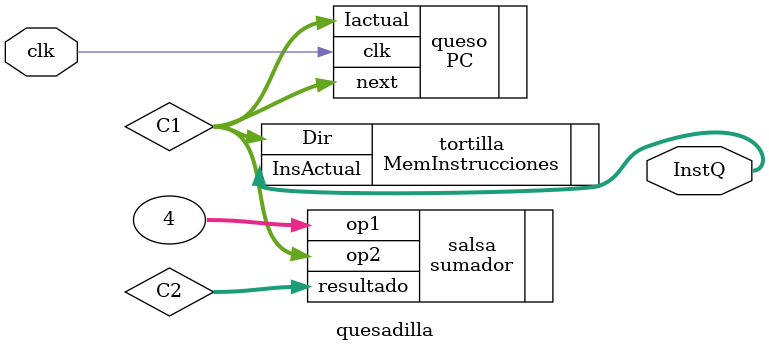
<source format=v>
module quesadilla(
	input clk,
	output [31:0] InstQ
	);
	
	wire [31:0]C1, C2;
	
PC queso (.clk(clk), .next(C1), .Iactual(C1));
MemInstrucciones tortilla (.Dir(C1), .InsActual(InstQ));
sumador salsa (.op1(4), .op2(C1), .resultado(C2));
	
	
endmodule
</source>
